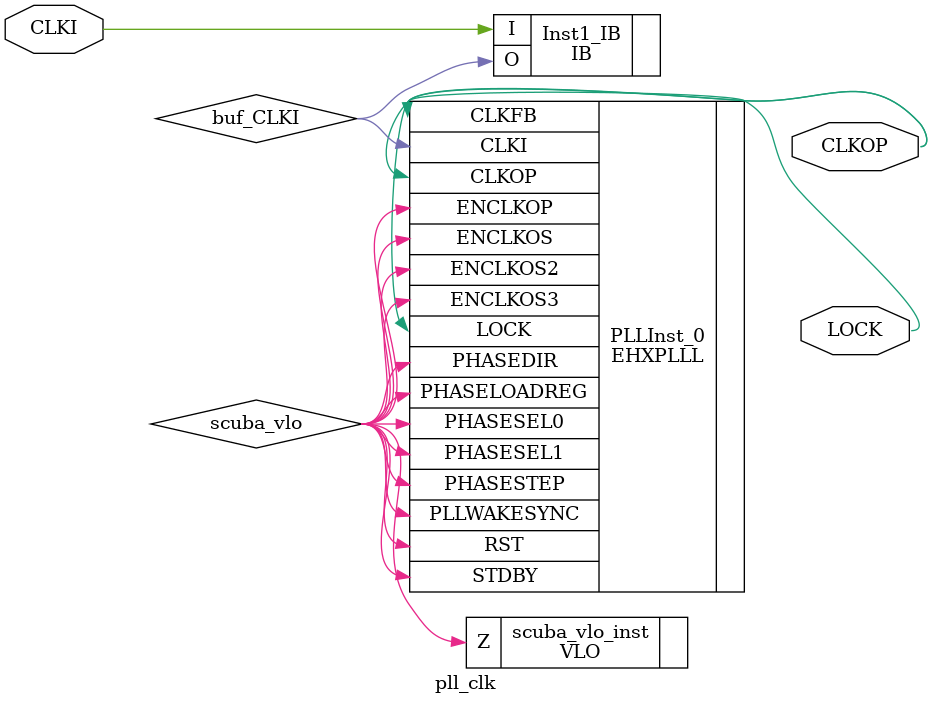
<source format=v>

module pll_clk (CLKI, CLKOP, LOCK) /* synthesis NGD_DRC_MASK=1, syn_module_defined=1 */ ;   // c:/users/kumar/documents/testptrn_proj_aud_isoc_4/ip/pll/pll_clk/pll_clk.v(8[8:15])
    input CLKI /* synthesis black_box_pad_pin=1 */ ;   // c:/users/kumar/documents/testptrn_proj_aud_isoc_4/ip/pll/pll_clk/pll_clk.v(9[16:20])
    output CLKOP;   // c:/users/kumar/documents/testptrn_proj_aud_isoc_4/ip/pll/pll_clk/pll_clk.v(10[17:22])
    output LOCK;   // c:/users/kumar/documents/testptrn_proj_aud_isoc_4/ip/pll/pll_clk/pll_clk.v(11[17:21])
    
    wire CLKOP /* synthesis is_clock=1 */ ;   // c:/users/kumar/documents/testptrn_proj_aud_isoc_4/ip/pll/pll_clk/pll_clk.v(10[17:22])
    wire buf_CLKI /* synthesis is_clock=1 */ ;   // c:/users/kumar/documents/testptrn_proj_aud_isoc_4/ip/pll/pll_clk/pll_clk.v(15[10:18])
    
    wire scuba_vlo, VCC_net;
    
    VLO scuba_vlo_inst (.Z(scuba_vlo));
    IB Inst1_IB (.I(CLKI), .O(buf_CLKI)) /* synthesis IO_TYPE="LVDS", syn_instantiated=1 */ ;   // c:/users/kumar/documents/testptrn_proj_aud_isoc_4/ip/pll/pll_clk/pll_clk.v(19[8:41])
    EHXPLLL PLLInst_0 (.CLKI(buf_CLKI), .CLKFB(CLKOP), .PHASESEL0(scuba_vlo), 
            .PHASESEL1(scuba_vlo), .PHASEDIR(scuba_vlo), .PHASESTEP(scuba_vlo), 
            .PHASELOADREG(scuba_vlo), .STDBY(scuba_vlo), .PLLWAKESYNC(scuba_vlo), 
            .RST(scuba_vlo), .ENCLKOP(scuba_vlo), .ENCLKOS(scuba_vlo), 
            .ENCLKOS2(scuba_vlo), .ENCLKOS3(scuba_vlo), .CLKOP(CLKOP), 
            .LOCK(LOCK)) /* synthesis FREQUENCY_PIN_CLKOP="100.000000", FREQUENCY_PIN_CLKI="100.000000", ICP_CURRENT="9", LPF_RESISTOR="72", syn_instantiated=1 */ ;
    defparam PLLInst_0.CLKI_DIV = 1;
    defparam PLLInst_0.CLKFB_DIV = 1;
    defparam PLLInst_0.CLKOP_DIV = 6;
    defparam PLLInst_0.CLKOS_DIV = 1;
    defparam PLLInst_0.CLKOS2_DIV = 1;
    defparam PLLInst_0.CLKOS3_DIV = 1;
    defparam PLLInst_0.CLKOP_ENABLE = "ENABLED";
    defparam PLLInst_0.CLKOS_ENABLE = "DISABLED";
    defparam PLLInst_0.CLKOS2_ENABLE = "DISABLED";
    defparam PLLInst_0.CLKOS3_ENABLE = "DISABLED";
    defparam PLLInst_0.CLKOP_CPHASE = 5;
    defparam PLLInst_0.CLKOS_CPHASE = 0;
    defparam PLLInst_0.CLKOS2_CPHASE = 0;
    defparam PLLInst_0.CLKOS3_CPHASE = 0;
    defparam PLLInst_0.CLKOP_FPHASE = 0;
    defparam PLLInst_0.CLKOS_FPHASE = 0;
    defparam PLLInst_0.CLKOS2_FPHASE = 0;
    defparam PLLInst_0.CLKOS3_FPHASE = 0;
    defparam PLLInst_0.FEEDBK_PATH = "CLKOP";
    defparam PLLInst_0.CLKOP_TRIM_POL = "FALLING";
    defparam PLLInst_0.CLKOP_TRIM_DELAY = 0;
    defparam PLLInst_0.CLKOS_TRIM_POL = "FALLING";
    defparam PLLInst_0.CLKOS_TRIM_DELAY = 0;
    defparam PLLInst_0.OUTDIVIDER_MUXA = "DIVA";
    defparam PLLInst_0.OUTDIVIDER_MUXB = "DIVB";
    defparam PLLInst_0.OUTDIVIDER_MUXC = "DIVC";
    defparam PLLInst_0.OUTDIVIDER_MUXD = "DIVD";
    defparam PLLInst_0.PLL_LOCK_MODE = 0;
    defparam PLLInst_0.PLL_LOCK_DELAY = 200;
    defparam PLLInst_0.STDBY_ENABLE = "DISABLED";
    defparam PLLInst_0.REFIN_RESET = "DISABLED";
    defparam PLLInst_0.SYNC_ENABLE = "DISABLED";
    defparam PLLInst_0.INT_LOCK_STICKY = "ENABLED";
    defparam PLLInst_0.DPHASE_SOURCE = "DISABLED";
    defparam PLLInst_0.PLLRST_ENA = "DISABLED";
    defparam PLLInst_0.INTFB_WAKE = "DISABLED";
    PUR PUR_INST (.PUR(VCC_net));
    defparam PUR_INST.RST_PULSE = 1;
    GSR GSR_INST (.GSR(VCC_net));
    VHI i84 (.Z(VCC_net));
    
endmodule
//
// Verilog Description of module PUR
// module not written out since it is a black-box. 
//


</source>
